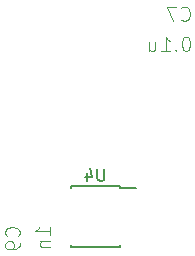
<source format=gbr>
G04 #@! TF.FileFunction,Legend,Bot*
%FSLAX46Y46*%
G04 Gerber Fmt 4.6, Leading zero omitted, Abs format (unit mm)*
G04 Created by KiCad (PCBNEW 4.0.3-stable) date 08/16/16 04:16:06*
%MOMM*%
%LPD*%
G01*
G04 APERTURE LIST*
%ADD10C,0.100000*%
%ADD11C,0.150000*%
%ADD12C,0.101600*%
G04 APERTURE END LIST*
D10*
D11*
X9060000Y-26635000D02*
X9060000Y-26780000D01*
X4910000Y-26635000D02*
X4910000Y-26780000D01*
X4910000Y-31785000D02*
X4910000Y-31640000D01*
X9060000Y-31785000D02*
X9060000Y-31640000D01*
X9060000Y-26635000D02*
X4910000Y-26635000D01*
X9060000Y-31785000D02*
X4910000Y-31785000D01*
X9060000Y-26780000D02*
X10460000Y-26780000D01*
D12*
X462643Y-30821690D02*
X520095Y-30764238D01*
X577548Y-30591881D01*
X577548Y-30476976D01*
X520095Y-30304619D01*
X405190Y-30189714D01*
X290286Y-30132262D01*
X60476Y-30074810D01*
X-111881Y-30074810D01*
X-341690Y-30132262D01*
X-456595Y-30189714D01*
X-571500Y-30304619D01*
X-628952Y-30476976D01*
X-628952Y-30591881D01*
X-571500Y-30764238D01*
X-514048Y-30821690D01*
X577548Y-31396214D02*
X577548Y-31626024D01*
X520095Y-31740929D01*
X462643Y-31798381D01*
X290286Y-31913286D01*
X60476Y-31970738D01*
X-399143Y-31970738D01*
X-514048Y-31913286D01*
X-571500Y-31855833D01*
X-628952Y-31740929D01*
X-628952Y-31511119D01*
X-571500Y-31396214D01*
X-514048Y-31338762D01*
X-399143Y-31281310D01*
X-111881Y-31281310D01*
X3024Y-31338762D01*
X60476Y-31396214D01*
X117929Y-31511119D01*
X117929Y-31740929D01*
X60476Y-31855833D01*
X3024Y-31913286D01*
X-111881Y-31970738D01*
X3117548Y-30764238D02*
X3117548Y-30074810D01*
X3117548Y-30419524D02*
X1911048Y-30419524D01*
X2083405Y-30304619D01*
X2198310Y-30189714D01*
X2255762Y-30074810D01*
X2313214Y-31281310D02*
X3117548Y-31281310D01*
X2428119Y-31281310D02*
X2370667Y-31338762D01*
X2313214Y-31453667D01*
X2313214Y-31626024D01*
X2370667Y-31740929D01*
X2485571Y-31798381D01*
X3117548Y-31798381D01*
D11*
X7746905Y-25162381D02*
X7746905Y-25971905D01*
X7699286Y-26067143D01*
X7651667Y-26114762D01*
X7556429Y-26162381D01*
X7365952Y-26162381D01*
X7270714Y-26114762D01*
X7223095Y-26067143D01*
X7175476Y-25971905D01*
X7175476Y-25162381D01*
X6270714Y-25495714D02*
X6270714Y-26162381D01*
X6508810Y-25114762D02*
X6746905Y-25829048D01*
X6127857Y-25829048D01*
D12*
X14263310Y-12527643D02*
X14320762Y-12585095D01*
X14493119Y-12642548D01*
X14608024Y-12642548D01*
X14780381Y-12585095D01*
X14895286Y-12470190D01*
X14952738Y-12355286D01*
X15010190Y-12125476D01*
X15010190Y-11953119D01*
X14952738Y-11723310D01*
X14895286Y-11608405D01*
X14780381Y-11493500D01*
X14608024Y-11436048D01*
X14493119Y-11436048D01*
X14320762Y-11493500D01*
X14263310Y-11550952D01*
X13861143Y-11436048D02*
X13056810Y-11436048D01*
X13573881Y-12642548D01*
X14722929Y-13976048D02*
X14608024Y-13976048D01*
X14493119Y-14033500D01*
X14435667Y-14090952D01*
X14378214Y-14205857D01*
X14320762Y-14435667D01*
X14320762Y-14722929D01*
X14378214Y-14952738D01*
X14435667Y-15067643D01*
X14493119Y-15125095D01*
X14608024Y-15182548D01*
X14722929Y-15182548D01*
X14837833Y-15125095D01*
X14895286Y-15067643D01*
X14952738Y-14952738D01*
X15010190Y-14722929D01*
X15010190Y-14435667D01*
X14952738Y-14205857D01*
X14895286Y-14090952D01*
X14837833Y-14033500D01*
X14722929Y-13976048D01*
X13803690Y-15067643D02*
X13746238Y-15125095D01*
X13803690Y-15182548D01*
X13861142Y-15125095D01*
X13803690Y-15067643D01*
X13803690Y-15182548D01*
X12597190Y-15182548D02*
X13286618Y-15182548D01*
X12941904Y-15182548D02*
X12941904Y-13976048D01*
X13056809Y-14148405D01*
X13171714Y-14263310D01*
X13286618Y-14320762D01*
X11563047Y-14378214D02*
X11563047Y-15182548D01*
X12080118Y-14378214D02*
X12080118Y-15010190D01*
X12022666Y-15125095D01*
X11907761Y-15182548D01*
X11735404Y-15182548D01*
X11620499Y-15125095D01*
X11563047Y-15067643D01*
M02*

</source>
